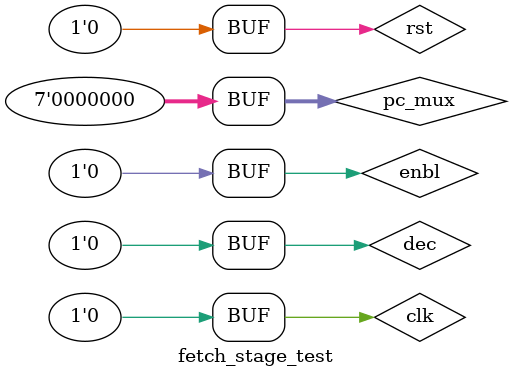
<source format=v>
`timescale 1ns / 1ps


module fetch_stage_test;

	// Inputs
	reg clk;
	reg dec;
	reg rst;
	reg enbl;
	reg [6:0] pc_mux;

	// Outputs
	wire [6:0] pc_out;
	wire [31:0] DR;

	// Instantiate the Unit Under Test (UUT)
	fetch_stage uut (
		.clk(clk), 
		.dec(dec), 
		.rst(rst), 
		.enbl(enbl), 
		.pc_mux(pc_mux), 
		.pc_out(pc_out), 
		.DR(DR)
	);

	initial begin
		// Initialize Inputs
		clk = 0;
		dec = 0;
		rst = 0;
		enbl = 0;
		pc_mux = 0;

		// Wait 100 ns for global reset to finish
		#100;
        
		// Add stimulus here

	end
      
endmodule


</source>
